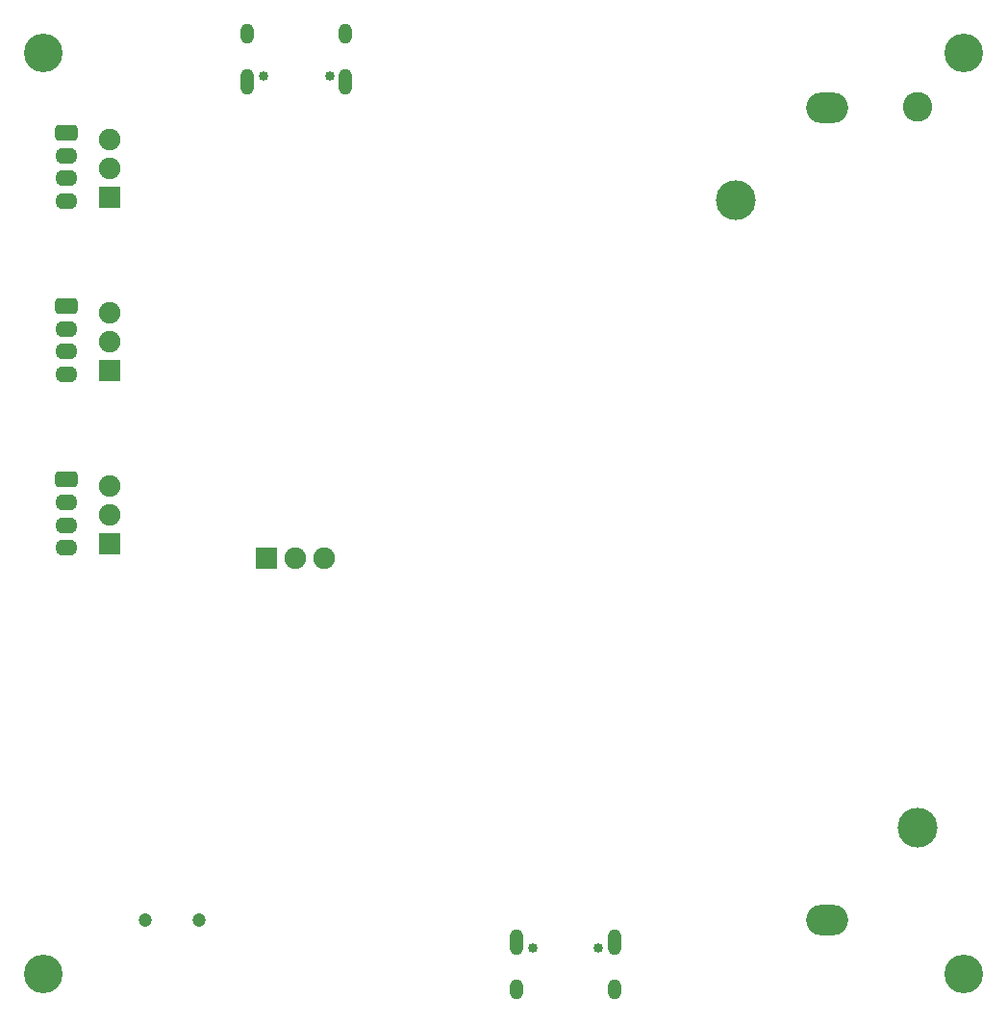
<source format=gbs>
%TF.GenerationSoftware,KiCad,Pcbnew,9.0.2*%
%TF.CreationDate,2026-01-30T17:13:30-08:00*%
%TF.ProjectId,BLV_PCB,424c565f-5043-4422-9e6b-696361645f70,rev?*%
%TF.SameCoordinates,Original*%
%TF.FileFunction,Soldermask,Bot*%
%TF.FilePolarity,Negative*%
%FSLAX46Y46*%
G04 Gerber Fmt 4.6, Leading zero omitted, Abs format (unit mm)*
G04 Created by KiCad (PCBNEW 9.0.2) date 2026-01-30 17:13:30*
%MOMM*%
%LPD*%
G01*
G04 APERTURE LIST*
G04 Aperture macros list*
%AMRoundRect*
0 Rectangle with rounded corners*
0 $1 Rounding radius*
0 $2 $3 $4 $5 $6 $7 $8 $9 X,Y pos of 4 corners*
0 Add a 4 corners polygon primitive as box body*
4,1,4,$2,$3,$4,$5,$6,$7,$8,$9,$2,$3,0*
0 Add four circle primitives for the rounded corners*
1,1,$1+$1,$2,$3*
1,1,$1+$1,$4,$5*
1,1,$1+$1,$6,$7*
1,1,$1+$1,$8,$9*
0 Add four rect primitives between the rounded corners*
20,1,$1+$1,$2,$3,$4,$5,0*
20,1,$1+$1,$4,$5,$6,$7,0*
20,1,$1+$1,$6,$7,$8,$9,0*
20,1,$1+$1,$8,$9,$2,$3,0*%
G04 Aperture macros list end*
%ADD10C,1.200000*%
%ADD11C,3.400000*%
%ADD12RoundRect,0.291666X-0.683334X0.408334X-0.683334X-0.408334X0.683334X-0.408334X0.683334X0.408334X0*%
%ADD13O,1.950000X1.400000*%
%ADD14RoundRect,0.100000X0.850000X0.850000X-0.850000X0.850000X-0.850000X-0.850000X0.850000X-0.850000X0*%
%ADD15C,1.900000*%
%ADD16C,0.850000*%
%ADD17O,1.200000X2.300000*%
%ADD18O,1.200000X1.800000*%
%ADD19C,3.500000*%
%ADD20C,2.600000*%
%ADD21O,3.700000X2.700000*%
%ADD22RoundRect,0.100000X0.850000X-0.850000X0.850000X0.850000X-0.850000X0.850000X-0.850000X-0.850000X0*%
G04 APERTURE END LIST*
D10*
%TO.C,TP4*%
X143500000Y-120750000D03*
%TD*%
D11*
%TO.C,H4*%
X134500000Y-125500000D03*
%TD*%
%TO.C,H3*%
X215500000Y-125500000D03*
%TD*%
%TO.C,H2*%
X215500000Y-44500000D03*
%TD*%
D12*
%TO.C,J3*%
X136500000Y-82000000D03*
D13*
X136500000Y-84000000D03*
X136500000Y-86000000D03*
X136500000Y-88000000D03*
%TD*%
D12*
%TO.C,J2*%
X136500000Y-66740000D03*
D13*
X136500000Y-68740000D03*
X136500000Y-70740000D03*
X136500000Y-72740000D03*
%TD*%
D14*
%TO.C,J6*%
X140350000Y-87660000D03*
D15*
X140350000Y-85120000D03*
X140350000Y-82580000D03*
%TD*%
D16*
%TO.C,J10*%
X177610000Y-123200000D03*
X183390000Y-123200000D03*
D17*
X176180000Y-122670000D03*
D18*
X176180000Y-126850000D03*
D17*
X184820000Y-122670000D03*
D18*
X184820000Y-126850000D03*
%TD*%
D19*
%TO.C,U4*%
X211500000Y-112600000D03*
X195500000Y-57400000D03*
D20*
X211500000Y-49200000D03*
D21*
X203500000Y-120720000D03*
X203500000Y-49280000D03*
%TD*%
D14*
%TO.C,J5*%
X140350000Y-72420000D03*
D15*
X140350000Y-69880000D03*
X140350000Y-67340000D03*
%TD*%
D16*
%TO.C,J8*%
X159690000Y-46460000D03*
X153910000Y-46460000D03*
D17*
X161120000Y-46990000D03*
D18*
X161120000Y-42810000D03*
D17*
X152480000Y-46990000D03*
D18*
X152480000Y-42810000D03*
%TD*%
D22*
%TO.C,J7*%
X154160000Y-88900000D03*
D15*
X156700000Y-88900000D03*
X159240000Y-88900000D03*
%TD*%
D14*
%TO.C,J4*%
X140350000Y-57180000D03*
D15*
X140350000Y-54640000D03*
X140350000Y-52100000D03*
%TD*%
D12*
%TO.C,J1*%
X136500000Y-51500000D03*
D13*
X136500000Y-53500000D03*
X136500000Y-55500000D03*
X136500000Y-57500000D03*
%TD*%
D11*
%TO.C,H1*%
X134500000Y-44500000D03*
%TD*%
D10*
%TO.C,TP2*%
X148250000Y-120750000D03*
%TD*%
M02*

</source>
